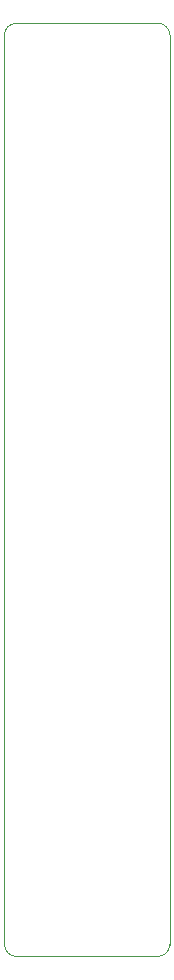
<source format=gbr>
%TF.GenerationSoftware,KiCad,Pcbnew,(5.1.6-0)*%
%TF.CreationDate,2022-04-30T15:33:10-07:00*%
%TF.ProjectId,jetson-nano-ppoe,6a657473-6f6e-42d6-9e61-6e6f2d70706f,rev?*%
%TF.SameCoordinates,PX8b3c880PY8583b00*%
%TF.FileFunction,Profile,NP*%
%FSLAX46Y46*%
G04 Gerber Fmt 4.6, Leading zero omitted, Abs format (unit mm)*
G04 Created by KiCad (PCBNEW (5.1.6-0)) date 2022-04-30 15:33:10*
%MOMM*%
%LPD*%
G01*
G04 APERTURE LIST*
%TA.AperFunction,Profile*%
%ADD10C,0.050000*%
%TD*%
G04 APERTURE END LIST*
D10*
X13000000Y79000000D02*
X1000000Y79000000D01*
X13000000Y79000000D02*
G75*
G02*
X14000000Y78000000I0J-1000000D01*
G01*
X0Y78000000D02*
G75*
G02*
X1000000Y79000000I1000000J0D01*
G01*
X14000000Y78000000D02*
X14000000Y1000000D01*
X0Y1000000D02*
X0Y78000000D01*
X1000000Y0D02*
X13000000Y0D01*
X14000000Y1000000D02*
G75*
G02*
X13000000Y0I-1000000J0D01*
G01*
X1000000Y0D02*
G75*
G02*
X0Y1000000I0J1000000D01*
G01*
M02*

</source>
